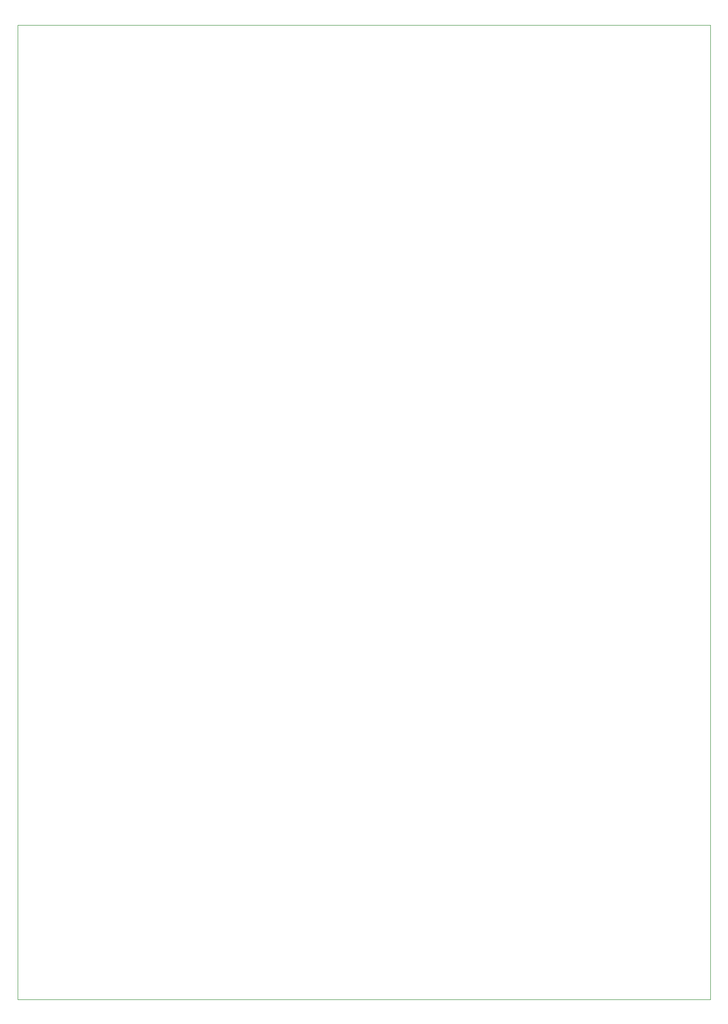
<source format=gm1>
G04 #@! TF.GenerationSoftware,KiCad,Pcbnew,9.0.5*
G04 #@! TF.CreationDate,2025-12-19T11:09:57+01:00*
G04 #@! TF.ProjectId,eload-pwr,656c6f61-642d-4707-9772-2e6b69636164,rev?*
G04 #@! TF.SameCoordinates,Original*
G04 #@! TF.FileFunction,Profile,NP*
%FSLAX46Y46*%
G04 Gerber Fmt 4.6, Leading zero omitted, Abs format (unit mm)*
G04 Created by KiCad (PCBNEW 9.0.5) date 2025-12-19 11:09:57*
%MOMM*%
%LPD*%
G01*
G04 APERTURE LIST*
G04 #@! TA.AperFunction,Profile*
%ADD10C,0.100000*%
G04 #@! TD*
G04 APERTURE END LIST*
D10*
X-117500000Y-32000000D02*
X2000000Y-32000000D01*
X2000000Y-200000000D01*
X-117500000Y-200000000D01*
X-117500000Y-32000000D01*
M02*

</source>
